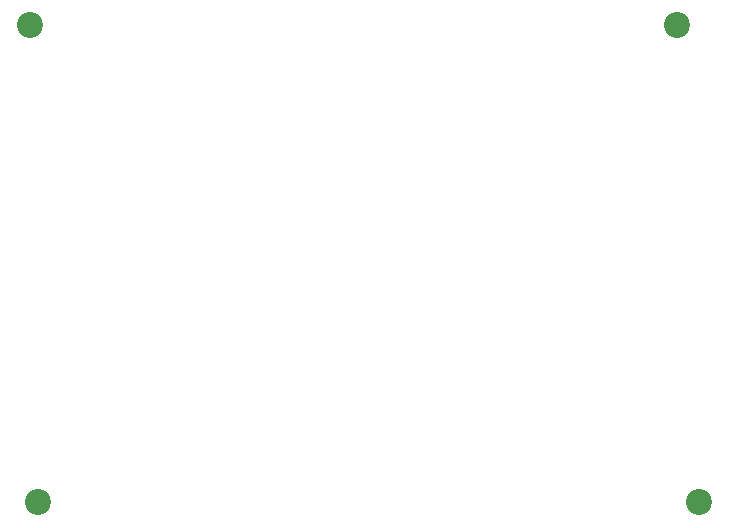
<source format=gbr>
G04 #@! TF.GenerationSoftware,KiCad,Pcbnew,8.0.6*
G04 #@! TF.CreationDate,2025-01-11T22:13:38+09:00*
G04 #@! TF.ProjectId,original_keyboard_bottom,6f726967-696e-4616-9c5f-6b6579626f61,rev?*
G04 #@! TF.SameCoordinates,Original*
G04 #@! TF.FileFunction,Soldermask,Bot*
G04 #@! TF.FilePolarity,Negative*
%FSLAX46Y46*%
G04 Gerber Fmt 4.6, Leading zero omitted, Abs format (unit mm)*
G04 Created by KiCad (PCBNEW 8.0.6) date 2025-01-11 22:13:38*
%MOMM*%
%LPD*%
G01*
G04 APERTURE LIST*
%ADD10C,2.200000*%
G04 APERTURE END LIST*
D10*
X109347000Y-102870000D03*
X53340000Y-102870000D03*
X52705000Y-62484000D03*
X107442000Y-62484000D03*
M02*

</source>
